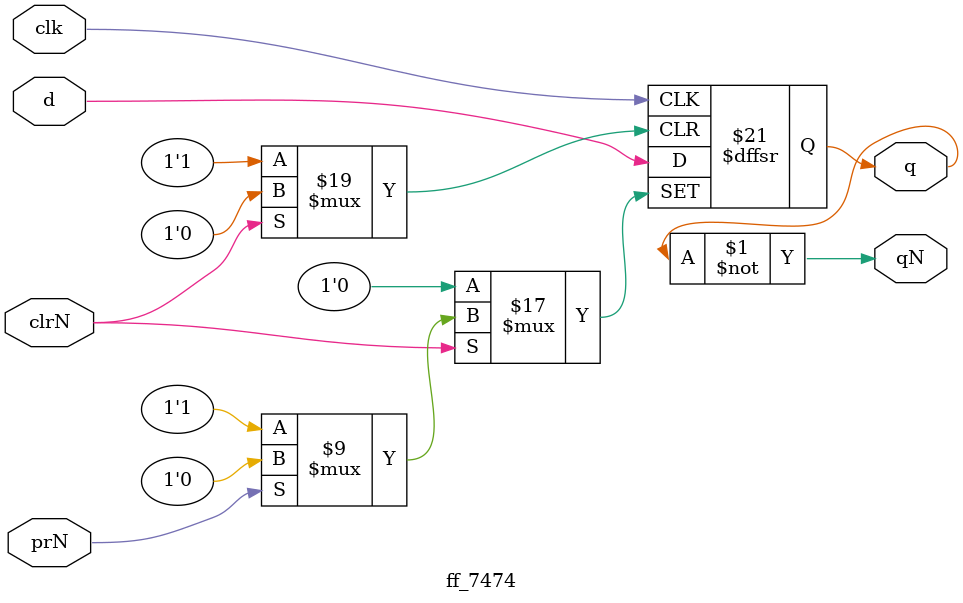
<source format=v>

module ff_7474 (
    input  clk ,
    input  d,
    input  clrN,
    input  prN,
    output q,
    output qN);
    
reg q;

assign qN = ~q;

always @(posedge clk or negedge clrN or negedge prN)
begin
    if (~clrN) begin
        q <= 1'b0;
    end else if (~prN) begin
        q <= 1'b1;
    end else begin
        q <= d;
    end
end
endmodule

</source>
